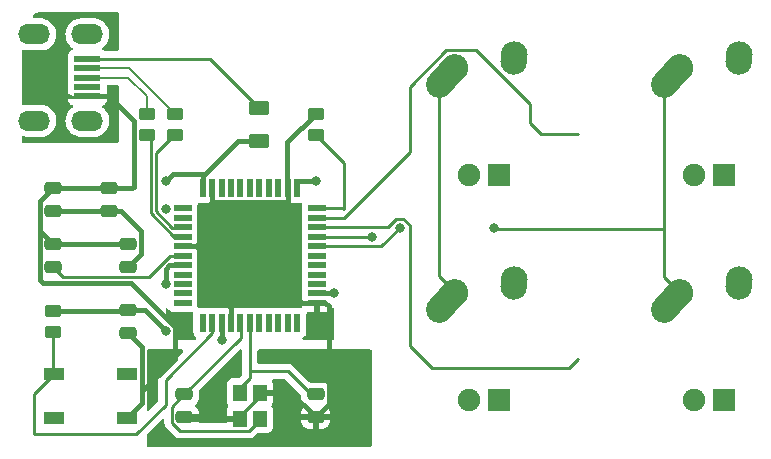
<source format=gbr>
%TF.GenerationSoftware,KiCad,Pcbnew,(6.0.5)*%
%TF.CreationDate,2022-12-18T12:47:56-06:00*%
%TF.ProjectId,ai03-pcb-tutorial,61693033-2d70-4636-922d-7475746f7269,rev?*%
%TF.SameCoordinates,Original*%
%TF.FileFunction,Copper,L1,Top*%
%TF.FilePolarity,Positive*%
%FSLAX46Y46*%
G04 Gerber Fmt 4.6, Leading zero omitted, Abs format (unit mm)*
G04 Created by KiCad (PCBNEW (6.0.5)) date 2022-12-18 12:47:56*
%MOMM*%
%LPD*%
G01*
G04 APERTURE LIST*
G04 Aperture macros list*
%AMRoundRect*
0 Rectangle with rounded corners*
0 $1 Rounding radius*
0 $2 $3 $4 $5 $6 $7 $8 $9 X,Y pos of 4 corners*
0 Add a 4 corners polygon primitive as box body*
4,1,4,$2,$3,$4,$5,$6,$7,$8,$9,$2,$3,0*
0 Add four circle primitives for the rounded corners*
1,1,$1+$1,$2,$3*
1,1,$1+$1,$4,$5*
1,1,$1+$1,$6,$7*
1,1,$1+$1,$8,$9*
0 Add four rect primitives between the rounded corners*
20,1,$1+$1,$2,$3,$4,$5,0*
20,1,$1+$1,$4,$5,$6,$7,0*
20,1,$1+$1,$6,$7,$8,$9,0*
20,1,$1+$1,$8,$9,$2,$3,0*%
%AMHorizOval*
0 Thick line with rounded ends*
0 $1 width*
0 $2 $3 position (X,Y) of the first rounded end (center of the circle)*
0 $4 $5 position (X,Y) of the second rounded end (center of the circle)*
0 Add line between two ends*
20,1,$1,$2,$3,$4,$5,0*
0 Add two circle primitives to create the rounded ends*
1,1,$1,$2,$3*
1,1,$1,$4,$5*%
G04 Aperture macros list end*
%TA.AperFunction,ComponentPad*%
%ADD10HorizOval,2.250000X0.020000X0.290000X-0.020000X-0.290000X0*%
%TD*%
%TA.AperFunction,ComponentPad*%
%ADD11C,2.250000*%
%TD*%
%TA.AperFunction,ComponentPad*%
%ADD12HorizOval,2.250000X0.655001X0.730000X-0.655001X-0.730000X0*%
%TD*%
%TA.AperFunction,ComponentPad*%
%ADD13C,1.905000*%
%TD*%
%TA.AperFunction,ComponentPad*%
%ADD14R,1.905000X1.905000*%
%TD*%
%TA.AperFunction,SMDPad,CuDef*%
%ADD15R,1.200000X1.400000*%
%TD*%
%TA.AperFunction,SMDPad,CuDef*%
%ADD16R,2.250000X0.500000*%
%TD*%
%TA.AperFunction,ComponentPad*%
%ADD17O,2.700000X1.700000*%
%TD*%
%TA.AperFunction,SMDPad,CuDef*%
%ADD18R,1.500000X0.550000*%
%TD*%
%TA.AperFunction,SMDPad,CuDef*%
%ADD19R,0.550000X1.500000*%
%TD*%
%TA.AperFunction,SMDPad,CuDef*%
%ADD20R,1.800000X1.100000*%
%TD*%
%TA.AperFunction,SMDPad,CuDef*%
%ADD21RoundRect,0.250000X0.450000X-0.262500X0.450000X0.262500X-0.450000X0.262500X-0.450000X-0.262500X0*%
%TD*%
%TA.AperFunction,SMDPad,CuDef*%
%ADD22RoundRect,0.250000X-0.450000X0.262500X-0.450000X-0.262500X0.450000X-0.262500X0.450000X0.262500X0*%
%TD*%
%TA.AperFunction,SMDPad,CuDef*%
%ADD23RoundRect,0.250000X-0.625000X0.375000X-0.625000X-0.375000X0.625000X-0.375000X0.625000X0.375000X0*%
%TD*%
%TA.AperFunction,SMDPad,CuDef*%
%ADD24RoundRect,0.250000X0.475000X-0.250000X0.475000X0.250000X-0.475000X0.250000X-0.475000X-0.250000X0*%
%TD*%
%TA.AperFunction,SMDPad,CuDef*%
%ADD25RoundRect,0.250000X-0.475000X0.250000X-0.475000X-0.250000X0.475000X-0.250000X0.475000X0.250000X0*%
%TD*%
%TA.AperFunction,ViaPad*%
%ADD26C,0.800000*%
%TD*%
%TA.AperFunction,Conductor*%
%ADD27C,0.254000*%
%TD*%
%TA.AperFunction,Conductor*%
%ADD28C,0.381000*%
%TD*%
%TA.AperFunction,Conductor*%
%ADD29C,0.200000*%
%TD*%
G04 APERTURE END LIST*
D10*
%TO.P,MX4,2,ROW*%
%TO.N,Net-(D4-Pad2)*%
X157301250Y-136497500D03*
D11*
X157321250Y-136207500D03*
D12*
%TO.P,MX4,1,COL*%
%TO.N,COL1*%
X151626251Y-138017500D03*
D11*
X152281250Y-137287500D03*
D13*
%TO.P,MX4,3,LED*%
%TO.N,unconnected-(MX4-Pad3)*%
X153511250Y-146367500D03*
D14*
%TO.P,MX4,4,LEDGND*%
%TO.N,unconnected-(MX4-Pad4)*%
X156051250Y-146367500D03*
%TD*%
D10*
%TO.P,MX1,2,ROW*%
%TO.N,Net-(D1-Pad2)*%
X138251250Y-117447500D03*
D11*
X138271250Y-117157500D03*
D12*
%TO.P,MX1,1,COL*%
%TO.N,COL0*%
X132576251Y-118967500D03*
D11*
X133231250Y-118237500D03*
D13*
%TO.P,MX1,3,LED*%
%TO.N,unconnected-(MX1-Pad3)*%
X134461250Y-127317500D03*
D14*
%TO.P,MX1,4,LEDGND*%
%TO.N,unconnected-(MX1-Pad4)*%
X137001250Y-127317500D03*
%TD*%
D15*
%TO.P,Y1,1,1*%
%TO.N,Net-(C1-Pad2)*%
X115037500Y-145743750D03*
%TO.P,Y1,2,2*%
%TO.N,GND*%
X115037500Y-147943750D03*
%TO.P,Y1,3,3*%
%TO.N,Net-(C2-Pad2)*%
X116737500Y-147943750D03*
%TO.P,Y1,4,4*%
%TO.N,GND*%
X116737500Y-145743750D03*
%TD*%
D16*
%TO.P,USB1,1,GND*%
%TO.N,GND*%
X102131250Y-120662500D03*
%TO.P,USB1,2,ID*%
%TO.N,unconnected-(USB1-Pad2)*%
X102131250Y-119862500D03*
%TO.P,USB1,3,D+*%
%TO.N,D+*%
X102131250Y-119062500D03*
%TO.P,USB1,4,D-*%
%TO.N,D-*%
X102131250Y-118262500D03*
%TO.P,USB1,5,VBUS*%
%TO.N,VCC*%
X102131250Y-117462500D03*
D17*
%TO.P,USB1,6,SHIELD*%
%TO.N,unconnected-(USB1-Pad6)*%
X102131250Y-115412500D03*
X102131250Y-122712500D03*
X97631250Y-122712500D03*
X97631250Y-115412500D03*
%TD*%
D18*
%TO.P,U1,1,PE6*%
%TO.N,unconnected-(U1-Pad1)*%
X110187500Y-130143750D03*
%TO.P,U1,2,UVCC*%
%TO.N,+5V*%
X110187500Y-130943750D03*
%TO.P,U1,3,D-*%
%TO.N,Net-(R3-Pad2)*%
X110187500Y-131743750D03*
%TO.P,U1,4,D+*%
%TO.N,Net-(R2-Pad1)*%
X110187500Y-132543750D03*
%TO.P,U1,5,UGND*%
%TO.N,GND*%
X110187500Y-133343750D03*
%TO.P,U1,6,UCAP*%
%TO.N,Net-(C3-Pad1)*%
X110187500Y-134143750D03*
%TO.P,U1,7,VBUS*%
%TO.N,+5V*%
X110187500Y-134943750D03*
%TO.P,U1,8,PB0*%
%TO.N,unconnected-(U1-Pad8)*%
X110187500Y-135743750D03*
%TO.P,U1,9,PB1*%
%TO.N,unconnected-(U1-Pad9)*%
X110187500Y-136543750D03*
%TO.P,U1,10,PB2*%
%TO.N,unconnected-(U1-Pad10)*%
X110187500Y-137343750D03*
%TO.P,U1,11,PB3*%
%TO.N,unconnected-(U1-Pad11)*%
X110187500Y-138143750D03*
D19*
%TO.P,U1,12,PB7*%
%TO.N,unconnected-(U1-Pad12)*%
X111887500Y-139843750D03*
%TO.P,U1,13,~{RESET}*%
%TO.N,Net-(R1-Pad2)*%
X112687500Y-139843750D03*
%TO.P,U1,14,VCC*%
%TO.N,+5V*%
X113487500Y-139843750D03*
%TO.P,U1,15,GND*%
%TO.N,GND*%
X114287500Y-139843750D03*
%TO.P,U1,16,XTAL2*%
%TO.N,Net-(C2-Pad2)*%
X115087500Y-139843750D03*
%TO.P,U1,17,XTAL1*%
%TO.N,Net-(C1-Pad2)*%
X115887500Y-139843750D03*
%TO.P,U1,18,PD0*%
%TO.N,unconnected-(U1-Pad18)*%
X116687500Y-139843750D03*
%TO.P,U1,19,PD1*%
%TO.N,unconnected-(U1-Pad19)*%
X117487500Y-139843750D03*
%TO.P,U1,20,PD2*%
%TO.N,unconnected-(U1-Pad20)*%
X118287500Y-139843750D03*
%TO.P,U1,21,PD3*%
%TO.N,unconnected-(U1-Pad21)*%
X119087500Y-139843750D03*
%TO.P,U1,22,PD5*%
%TO.N,unconnected-(U1-Pad22)*%
X119887500Y-139843750D03*
D18*
%TO.P,U1,23,GND*%
%TO.N,GND*%
X121587500Y-138143750D03*
%TO.P,U1,24,AVCC*%
%TO.N,+5V*%
X121587500Y-137343750D03*
%TO.P,U1,25,PD4*%
%TO.N,unconnected-(U1-Pad25)*%
X121587500Y-136543750D03*
%TO.P,U1,26,PD6*%
%TO.N,unconnected-(U1-Pad26)*%
X121587500Y-135743750D03*
%TO.P,U1,27,PD7*%
%TO.N,unconnected-(U1-Pad27)*%
X121587500Y-134943750D03*
%TO.P,U1,28,PB4*%
%TO.N,unconnected-(U1-Pad28)*%
X121587500Y-134143750D03*
%TO.P,U1,29,PB5*%
%TO.N,COL1*%
X121587500Y-133343750D03*
%TO.P,U1,30,PB6*%
%TO.N,COL0*%
X121587500Y-132543750D03*
%TO.P,U1,31,PC6*%
%TO.N,ROW1*%
X121587500Y-131743750D03*
%TO.P,U1,32,PC7*%
%TO.N,ROW0*%
X121587500Y-130943750D03*
%TO.P,U1,33,~{HWB}/PE2*%
%TO.N,Net-(R4-Pad1)*%
X121587500Y-130143750D03*
D19*
%TO.P,U1,34,VCC*%
%TO.N,+5V*%
X119887500Y-128443750D03*
%TO.P,U1,35,GND*%
%TO.N,GND*%
X119087500Y-128443750D03*
%TO.P,U1,36,PF7*%
%TO.N,unconnected-(U1-Pad36)*%
X118287500Y-128443750D03*
%TO.P,U1,37,PF6*%
%TO.N,unconnected-(U1-Pad37)*%
X117487500Y-128443750D03*
%TO.P,U1,38,PF5*%
%TO.N,unconnected-(U1-Pad38)*%
X116687500Y-128443750D03*
%TO.P,U1,39,PF4*%
%TO.N,unconnected-(U1-Pad39)*%
X115887500Y-128443750D03*
%TO.P,U1,40,PF1*%
%TO.N,unconnected-(U1-Pad40)*%
X115087500Y-128443750D03*
%TO.P,U1,41,PF0*%
%TO.N,unconnected-(U1-Pad41)*%
X114287500Y-128443750D03*
%TO.P,U1,42,AREF*%
%TO.N,unconnected-(U1-Pad42)*%
X113487500Y-128443750D03*
%TO.P,U1,43,GND*%
%TO.N,GND*%
X112687500Y-128443750D03*
%TO.P,U1,44,AVCC*%
%TO.N,+5V*%
X111887500Y-128443750D03*
%TD*%
D20*
%TO.P,SW1,1,1*%
%TO.N,GND*%
X105493750Y-147900000D03*
%TO.P,SW1,2,2*%
%TO.N,Net-(R1-Pad2)*%
X99293750Y-144200000D03*
%TO.P,SW1,3*%
%TO.N,N/C*%
X105493750Y-144200000D03*
%TO.P,SW1,4*%
X99293750Y-147900000D03*
%TD*%
D21*
%TO.P,R4,1*%
%TO.N,Net-(R4-Pad1)*%
X121443750Y-123943750D03*
%TO.P,R4,2*%
%TO.N,GND*%
X121443750Y-122118750D03*
%TD*%
D22*
%TO.P,R3,1*%
%TO.N,D-*%
X109537500Y-122118750D03*
%TO.P,R3,2*%
%TO.N,Net-(R3-Pad2)*%
X109537500Y-123943750D03*
%TD*%
D21*
%TO.P,R2,1*%
%TO.N,Net-(R2-Pad1)*%
X107156250Y-123943750D03*
%TO.P,R2,2*%
%TO.N,D+*%
X107156250Y-122118750D03*
%TD*%
D22*
%TO.P,R1,1*%
%TO.N,+5V*%
X99218750Y-138787500D03*
%TO.P,R1,2*%
%TO.N,Net-(R1-Pad2)*%
X99218750Y-140612500D03*
%TD*%
D10*
%TO.P,MX3,2,ROW*%
%TO.N,Net-(D3-Pad2)*%
X138251250Y-136497500D03*
D11*
X138271250Y-136207500D03*
D12*
%TO.P,MX3,1,COL*%
%TO.N,COL0*%
X132576251Y-138017500D03*
D11*
X133231250Y-137287500D03*
D13*
%TO.P,MX3,3,LED*%
%TO.N,unconnected-(MX3-Pad3)*%
X134461250Y-146367500D03*
D14*
%TO.P,MX3,4,LEDGND*%
%TO.N,unconnected-(MX3-Pad4)*%
X137001250Y-146367500D03*
%TD*%
%TO.P,MX2,4,LEDGND*%
%TO.N,unconnected-(MX2-Pad4)*%
X156051250Y-127317500D03*
D13*
%TO.P,MX2,3,LED*%
%TO.N,unconnected-(MX2-Pad3)*%
X153511250Y-127317500D03*
D11*
%TO.P,MX2,1,COL*%
%TO.N,COL1*%
X152281250Y-118237500D03*
D12*
X151626251Y-118967500D03*
D11*
%TO.P,MX2,2,ROW*%
%TO.N,Net-(D2-Pad2)*%
X157321250Y-117157500D03*
D10*
X157301250Y-117447500D03*
%TD*%
D23*
%TO.P,F1,1*%
%TO.N,VCC*%
X116681250Y-121631250D03*
%TO.P,F1,2*%
%TO.N,+5V*%
X116681250Y-124431250D03*
%TD*%
D24*
%TO.P,C7,1*%
%TO.N,+5V*%
X105568750Y-135093750D03*
%TO.P,C7,2*%
%TO.N,GND*%
X105568750Y-133193750D03*
%TD*%
%TO.P,C6,2*%
%TO.N,GND*%
X99218750Y-128431250D03*
%TO.P,C6,1*%
%TO.N,+5V*%
X99218750Y-130331250D03*
%TD*%
%TO.P,C5,1*%
%TO.N,+5V*%
X103981250Y-130331250D03*
%TO.P,C5,2*%
%TO.N,GND*%
X103981250Y-128431250D03*
%TD*%
D25*
%TO.P,C4,1*%
%TO.N,+5V*%
X105568750Y-138750000D03*
%TO.P,C4,2*%
%TO.N,GND*%
X105568750Y-140650000D03*
%TD*%
D24*
%TO.P,C3,1*%
%TO.N,Net-(C3-Pad1)*%
X99218750Y-135093750D03*
%TO.P,C3,2*%
%TO.N,GND*%
X99218750Y-133193750D03*
%TD*%
%TO.P,C2,1*%
%TO.N,GND*%
X110331250Y-147793750D03*
%TO.P,C2,2*%
%TO.N,Net-(C2-Pad2)*%
X110331250Y-145893750D03*
%TD*%
%TO.P,C1,1*%
%TO.N,GND*%
X121443750Y-147793750D03*
%TO.P,C1,2*%
%TO.N,Net-(C1-Pad2)*%
X121443750Y-145893750D03*
%TD*%
D26*
%TO.N,+5V*%
X121443750Y-127793750D03*
X123031250Y-137318750D03*
X113506250Y-141287500D03*
X108743750Y-136525000D03*
X108755953Y-130162797D03*
X108743750Y-140493750D03*
%TO.N,COL0*%
X126206250Y-132556250D03*
%TO.N,COL1*%
X136525000Y-131762500D03*
X128587500Y-131762500D03*
%TO.N,+5V*%
X108743750Y-127793750D03*
%TD*%
D27*
%TO.N,Net-(C3-Pad1)*%
X109125324Y-134143750D02*
X109537500Y-134143750D01*
X107348804Y-135920270D02*
X109125324Y-134143750D01*
X100045270Y-135920270D02*
X107348804Y-135920270D01*
D28*
%TO.N,+5V*%
X108743750Y-135256500D02*
X108743750Y-136525000D01*
X109056500Y-134943750D02*
X108743750Y-135256500D01*
X110187500Y-134943750D02*
X109056500Y-134943750D01*
X113487500Y-139843750D02*
X113487500Y-141268750D01*
X113487500Y-141268750D02*
X113506250Y-141287500D01*
X123006250Y-137343750D02*
X123031250Y-137318750D01*
X121587500Y-137343750D02*
X123006250Y-137343750D01*
X121443750Y-127793750D02*
X119856250Y-127793750D01*
%TO.N,GND*%
X114306250Y-138143750D02*
X114287500Y-138125000D01*
X121587500Y-138143750D02*
X114306250Y-138143750D01*
X114287500Y-138125000D02*
X114287500Y-136312750D01*
X114287500Y-139843750D02*
X114287500Y-138125000D01*
X114287500Y-136312750D02*
X111318500Y-133343750D01*
X111318500Y-133343750D02*
X110187500Y-133343750D01*
X112687500Y-131974750D02*
X111318500Y-133343750D01*
X112687500Y-129448772D02*
X112687500Y-131974750D01*
X112687500Y-129448772D02*
X112687500Y-128443750D01*
X119078489Y-129583761D02*
X112822489Y-129583761D01*
X119087500Y-129574750D02*
X119078489Y-129583761D01*
X112822489Y-129583761D02*
X112687500Y-129448772D01*
X119087500Y-128443750D02*
X119087500Y-129574750D01*
X98103730Y-129546270D02*
X99218750Y-128431250D01*
X98103730Y-136203730D02*
X98103730Y-129546270D01*
X105804535Y-136437290D02*
X98337290Y-136437290D01*
X98337290Y-136437290D02*
X98103730Y-136203730D01*
X109533761Y-140166516D02*
X105804535Y-136437290D01*
X109533761Y-142878739D02*
X109533761Y-140166516D01*
X106783761Y-145628739D02*
X109533761Y-142878739D01*
X106783761Y-145628739D02*
X106783761Y-146609989D01*
X106783761Y-141865011D02*
X106783761Y-145628739D01*
X106783761Y-146609989D02*
X105493750Y-147900000D01*
X105568750Y-140650000D02*
X106783761Y-141865011D01*
X98103730Y-132078730D02*
X99218750Y-133193750D01*
X98103730Y-129546270D02*
X98103730Y-132078730D01*
%TO.N,+5V*%
X107000000Y-138750000D02*
X108743750Y-140493750D01*
X105568750Y-138750000D02*
X107000000Y-138750000D01*
D27*
%TO.N,Net-(C3-Pad1)*%
X99218750Y-135093750D02*
X100045270Y-135920270D01*
%TO.N,COL0*%
X126193750Y-132543750D02*
X126206250Y-132556250D01*
X121587500Y-132543750D02*
X126193750Y-132543750D01*
%TO.N,ROW1*%
X142875000Y-143668750D02*
X143668750Y-142875000D01*
X132556250Y-143668750D02*
X142875000Y-143668750D01*
X129399729Y-141805898D02*
X131262581Y-143668750D01*
X129399729Y-131547286D02*
X129399729Y-141805898D01*
X128286568Y-131035989D02*
X128888432Y-131035989D01*
X127578807Y-131743750D02*
X128286568Y-131035989D01*
X131262581Y-143668750D02*
X132556250Y-143668750D01*
X128888432Y-131035989D02*
X129399729Y-131547286D01*
X121587500Y-131743750D02*
X127578807Y-131743750D01*
%TO.N,COL1*%
X127006250Y-133343750D02*
X121587500Y-133343750D01*
X128587500Y-131762500D02*
X127006250Y-133343750D01*
X150971250Y-131921250D02*
X136683750Y-131921250D01*
X136683750Y-131921250D02*
X136525000Y-131762500D01*
X150971250Y-131921250D02*
X150971250Y-135977500D01*
X150971250Y-119697500D02*
X150971250Y-131921250D01*
%TO.N,ROW0*%
X140493750Y-123825000D02*
X143668750Y-123825000D01*
X139559729Y-121303479D02*
X139559729Y-122890979D01*
X135011844Y-116755594D02*
X139559729Y-121303479D01*
X129399729Y-119837771D02*
X132481906Y-116755594D01*
X132481906Y-116755594D02*
X135011844Y-116755594D01*
X129399729Y-125394021D02*
X129399729Y-119837771D01*
X139559729Y-122890979D02*
X140493750Y-123825000D01*
X123850000Y-130943750D02*
X129399729Y-125394021D01*
X121587500Y-130943750D02*
X123850000Y-130943750D01*
D28*
%TO.N,+5V*%
X109333761Y-127203739D02*
X108743750Y-127793750D01*
X112122489Y-127203739D02*
X109333761Y-127203739D01*
X112122489Y-127203739D02*
X114894978Y-124431250D01*
X111918750Y-127407478D02*
X112122489Y-127203739D01*
X114894978Y-124431250D02*
X116681250Y-124431250D01*
X111918750Y-127793750D02*
X111918750Y-127407478D01*
X104931250Y-130331250D02*
X103981250Y-130331250D01*
X106683770Y-133978730D02*
X106683770Y-132083770D01*
X106683770Y-132083770D02*
X104931250Y-130331250D01*
X105568750Y-135093750D02*
X106683770Y-133978730D01*
X105718750Y-134943750D02*
X105568750Y-135093750D01*
D27*
%TO.N,Net-(R2-Pad1)*%
X109468104Y-132543750D02*
X110187500Y-132543750D01*
X107496480Y-124283980D02*
X107496480Y-130572126D01*
X107156250Y-123943750D02*
X107496480Y-124283980D01*
X107496480Y-130572126D02*
X109468104Y-132543750D01*
%TO.N,Net-(R3-Pad2)*%
X109328228Y-131762500D02*
X109537500Y-131762500D01*
X107950000Y-130384272D02*
X109328228Y-131762500D01*
X107950000Y-125412500D02*
X107950000Y-130384272D01*
X109418750Y-123943750D02*
X107950000Y-125412500D01*
X109537500Y-123943750D02*
X109418750Y-123943750D01*
D29*
%TO.N,D+*%
X107156250Y-120650000D02*
X107156250Y-122118750D01*
X105568750Y-119062500D02*
X107156250Y-120650000D01*
X102131250Y-119062500D02*
X105568750Y-119062500D01*
%TO.N,D-*%
X105681250Y-118262500D02*
X109537500Y-122118750D01*
X102131250Y-118262500D02*
X105681250Y-118262500D01*
D28*
%TO.N,GND*%
X106066230Y-122734980D02*
X103993750Y-120662500D01*
X106066230Y-128291230D02*
X106066230Y-122734980D01*
X103993750Y-120662500D02*
X102131250Y-120662500D01*
X105926210Y-128431250D02*
X106066230Y-128291230D01*
X105725000Y-128431250D02*
X105926210Y-128431250D01*
D27*
%TO.N,VCC*%
X112512500Y-117462500D02*
X102131250Y-117462500D01*
X116681250Y-121631250D02*
X112512500Y-117462500D01*
%TO.N,Net-(C1-Pad2)*%
X115887500Y-144462500D02*
X115093750Y-145256250D01*
X115887500Y-143939750D02*
X115887500Y-144462500D01*
%TO.N,COL1*%
X150971250Y-135977500D02*
X152281250Y-137287500D01*
%TO.N,COL0*%
X131921250Y-135890000D02*
X132556250Y-136525000D01*
X131921250Y-119697500D02*
X131921250Y-135890000D01*
D28*
%TO.N,GND*%
X119062500Y-124500000D02*
X119062500Y-127793750D01*
X121443750Y-122118750D02*
X119062500Y-124500000D01*
D27*
%TO.N,Net-(C2-Pad2)*%
X109279730Y-146945270D02*
X110331250Y-145893750D01*
X109279730Y-148282552D02*
X109279730Y-146945270D01*
X115810989Y-148970261D02*
X109967439Y-148970261D01*
X109967439Y-148970261D02*
X109279730Y-148282552D01*
X116737500Y-148043750D02*
X115810989Y-148970261D01*
D28*
%TO.N,GND*%
X115037500Y-147943750D02*
X110481250Y-147943750D01*
X110481250Y-147943750D02*
X110331250Y-147793750D01*
D27*
X116737500Y-145993750D02*
X115037500Y-147693750D01*
D28*
X119393750Y-145743750D02*
X116737500Y-145743750D01*
X121443750Y-147793750D02*
X119393750Y-145743750D01*
X122558770Y-138433770D02*
X122237500Y-138112500D01*
X122558770Y-146678730D02*
X122558770Y-138433770D01*
X121443750Y-147793750D02*
X122558770Y-146678730D01*
D27*
%TO.N,Net-(C2-Pad2)*%
X116737500Y-147943750D02*
X116737500Y-148043750D01*
%TO.N,Net-(C1-Pad2)*%
X119105478Y-143939750D02*
X115887500Y-143939750D01*
X121059478Y-145893750D02*
X119105478Y-143939750D01*
X121443750Y-145893750D02*
X121059478Y-145893750D01*
D28*
%TO.N,GND*%
X116737500Y-145993750D02*
X116737500Y-145743750D01*
X115037500Y-147943750D02*
X115037500Y-147693750D01*
D27*
%TO.N,Net-(C1-Pad2)*%
X115887500Y-143939750D02*
X115887500Y-140493750D01*
%TO.N,Net-(C2-Pad2)*%
X115093750Y-141131250D02*
X115093750Y-140493750D01*
X110331250Y-145893750D02*
X115093750Y-141131250D01*
%TO.N,Net-(R1-Pad2)*%
X112712500Y-140696772D02*
X112712500Y-140493750D01*
X108743750Y-144665522D02*
X112712500Y-140696772D01*
X108743750Y-146753022D02*
X108743750Y-144665522D01*
X106271772Y-149225000D02*
X108743750Y-146753022D01*
X97631250Y-149225000D02*
X106271772Y-149225000D01*
X97631250Y-145862500D02*
X97631250Y-149225000D01*
X99293750Y-144200000D02*
X97631250Y-145862500D01*
X99218750Y-140612500D02*
X99218750Y-143668750D01*
D28*
%TO.N,GND*%
X103981250Y-128431250D02*
X105725000Y-128431250D01*
%TO.N,+5V*%
X103981250Y-130331250D02*
X99218750Y-130331250D01*
X99218750Y-138787500D02*
X105338728Y-138787500D01*
%TO.N,GND*%
X99218750Y-133193750D02*
X105568750Y-133193750D01*
X99218750Y-128431250D02*
X103981250Y-128431250D01*
X105725000Y-133350000D02*
X105568750Y-133193750D01*
D27*
%TO.N,Net-(R4-Pad1)*%
X123793750Y-130143750D02*
X121587500Y-130143750D01*
X123825000Y-130175000D02*
X123793750Y-130143750D01*
X123825000Y-126325000D02*
X123825000Y-130175000D01*
X121443750Y-123943750D02*
X123825000Y-126325000D01*
%TD*%
%TA.AperFunction,Conductor*%
%TO.N,GND*%
G36*
X126148371Y-142101252D02*
G01*
X126194864Y-142154908D01*
X126206250Y-142207250D01*
X126206250Y-150178000D01*
X126186248Y-150246121D01*
X126132592Y-150292614D01*
X126080250Y-150304000D01*
X107282250Y-150304000D01*
X107214129Y-150283998D01*
X107167636Y-150230342D01*
X107156250Y-150178000D01*
X107156250Y-149291444D01*
X107176252Y-149223323D01*
X107193155Y-149202349D01*
X107657792Y-148737713D01*
X108429135Y-147966370D01*
X108491447Y-147932344D01*
X108562263Y-147937409D01*
X108619098Y-147979956D01*
X108643909Y-148046476D01*
X108644230Y-148055465D01*
X108644230Y-148203532D01*
X108643700Y-148214766D01*
X108642022Y-148222271D01*
X108642271Y-148230190D01*
X108644168Y-148290564D01*
X108644230Y-148294521D01*
X108644230Y-148322535D01*
X108644726Y-148326460D01*
X108644726Y-148326461D01*
X108644738Y-148326556D01*
X108645671Y-148338401D01*
X108647065Y-148382757D01*
X108649277Y-148390369D01*
X108652743Y-148402300D01*
X108656753Y-148421664D01*
X108659303Y-148441851D01*
X108662219Y-148449215D01*
X108662220Y-148449220D01*
X108675637Y-148483108D01*
X108679482Y-148494337D01*
X108691861Y-148536945D01*
X108695899Y-148543772D01*
X108695900Y-148543775D01*
X108702218Y-148554458D01*
X108710918Y-148572216D01*
X108715491Y-148583767D01*
X108715495Y-148583773D01*
X108718411Y-148591140D01*
X108723069Y-148597551D01*
X108723070Y-148597553D01*
X108744494Y-148627040D01*
X108751011Y-148636962D01*
X108769556Y-148668320D01*
X108769559Y-148668324D01*
X108773596Y-148675150D01*
X108787980Y-148689534D01*
X108800821Y-148704568D01*
X108812788Y-148721039D01*
X108818896Y-148726092D01*
X108846985Y-148749329D01*
X108855765Y-148757319D01*
X109462184Y-149363738D01*
X109469761Y-149372064D01*
X109473886Y-149378564D01*
X109479664Y-149383990D01*
X109479665Y-149383991D01*
X109523720Y-149425361D01*
X109526562Y-149428116D01*
X109546345Y-149447899D01*
X109549553Y-149450387D01*
X109558582Y-149458098D01*
X109590933Y-149488478D01*
X109597882Y-149492298D01*
X109608768Y-149498283D01*
X109625292Y-149509137D01*
X109641372Y-149521610D01*
X109648649Y-149524759D01*
X109682089Y-149539230D01*
X109692750Y-149544453D01*
X109724686Y-149562010D01*
X109724691Y-149562012D01*
X109731636Y-149565830D01*
X109739310Y-149567800D01*
X109739317Y-149567803D01*
X109751352Y-149570893D01*
X109770057Y-149577297D01*
X109781452Y-149582228D01*
X109788731Y-149585378D01*
X109803840Y-149587771D01*
X109832566Y-149592321D01*
X109844179Y-149594726D01*
X109887157Y-149605761D01*
X109907504Y-149605761D01*
X109927216Y-149607312D01*
X109947318Y-149610496D01*
X109955210Y-149609750D01*
X109991495Y-149606320D01*
X110003353Y-149605761D01*
X115731969Y-149605761D01*
X115743203Y-149606291D01*
X115750708Y-149607969D01*
X115819001Y-149605823D01*
X115822958Y-149605761D01*
X115850972Y-149605761D01*
X115854897Y-149605265D01*
X115854898Y-149605265D01*
X115854993Y-149605253D01*
X115866838Y-149604320D01*
X115896659Y-149603383D01*
X115903271Y-149603175D01*
X115903272Y-149603175D01*
X115911194Y-149602926D01*
X115930738Y-149597248D01*
X115950101Y-149593238D01*
X115962429Y-149591681D01*
X115962431Y-149591681D01*
X115970288Y-149590688D01*
X115977652Y-149587772D01*
X115977657Y-149587771D01*
X116011545Y-149574354D01*
X116022774Y-149570509D01*
X116039454Y-149565663D01*
X116065382Y-149558130D01*
X116072209Y-149554092D01*
X116072212Y-149554091D01*
X116082895Y-149547773D01*
X116100653Y-149539073D01*
X116112204Y-149534500D01*
X116112210Y-149534496D01*
X116119577Y-149531580D01*
X116128966Y-149524759D01*
X116155477Y-149505497D01*
X116165399Y-149498980D01*
X116196757Y-149480435D01*
X116196761Y-149480432D01*
X116203587Y-149476395D01*
X116217971Y-149462011D01*
X116233005Y-149449170D01*
X116243062Y-149441863D01*
X116249476Y-149437203D01*
X116277767Y-149403005D01*
X116285756Y-149394226D01*
X116490827Y-149189155D01*
X116553139Y-149155129D01*
X116579922Y-149152250D01*
X117385634Y-149152250D01*
X117447816Y-149145495D01*
X117584205Y-149094365D01*
X117700761Y-149007011D01*
X117788115Y-148890455D01*
X117839245Y-148754066D01*
X117846000Y-148691884D01*
X117846000Y-148090845D01*
X120210751Y-148090845D01*
X120211088Y-148097364D01*
X120221007Y-148192956D01*
X120223899Y-148206350D01*
X120275338Y-148360534D01*
X120281511Y-148373712D01*
X120366813Y-148511557D01*
X120375849Y-148522958D01*
X120490579Y-148637489D01*
X120501990Y-148646501D01*
X120639993Y-148731566D01*
X120653174Y-148737713D01*
X120807460Y-148788888D01*
X120820836Y-148791755D01*
X120915188Y-148801422D01*
X120921604Y-148801750D01*
X121171635Y-148801750D01*
X121186874Y-148797275D01*
X121188079Y-148795885D01*
X121189750Y-148788202D01*
X121189750Y-148783634D01*
X121697750Y-148783634D01*
X121702225Y-148798873D01*
X121703615Y-148800078D01*
X121711298Y-148801749D01*
X121965845Y-148801749D01*
X121972364Y-148801412D01*
X122067956Y-148791493D01*
X122081350Y-148788601D01*
X122235534Y-148737162D01*
X122248712Y-148730989D01*
X122386557Y-148645687D01*
X122397958Y-148636651D01*
X122512489Y-148521921D01*
X122521501Y-148510510D01*
X122606566Y-148372507D01*
X122612713Y-148359326D01*
X122663888Y-148205040D01*
X122666755Y-148191664D01*
X122676422Y-148097312D01*
X122676750Y-148090896D01*
X122676750Y-148065865D01*
X122672275Y-148050626D01*
X122670885Y-148049421D01*
X122663202Y-148047750D01*
X121715865Y-148047750D01*
X121700626Y-148052225D01*
X121699421Y-148053615D01*
X121697750Y-148061298D01*
X121697750Y-148783634D01*
X121189750Y-148783634D01*
X121189750Y-148065865D01*
X121185275Y-148050626D01*
X121183885Y-148049421D01*
X121176202Y-148047750D01*
X120228866Y-148047750D01*
X120213627Y-148052225D01*
X120212422Y-148053615D01*
X120210751Y-148061298D01*
X120210751Y-148090845D01*
X117846000Y-148090845D01*
X117846000Y-147195616D01*
X117839245Y-147133434D01*
X117788115Y-146997045D01*
X117729547Y-146918898D01*
X117704699Y-146852392D01*
X117719752Y-146783009D01*
X117729547Y-146767768D01*
X117782286Y-146697398D01*
X117790824Y-146681804D01*
X117835978Y-146561356D01*
X117839605Y-146546101D01*
X117845131Y-146495236D01*
X117845500Y-146488422D01*
X117845500Y-146015865D01*
X117841025Y-146000626D01*
X117839635Y-145999421D01*
X117831952Y-145997750D01*
X116609500Y-145997750D01*
X116541379Y-145977748D01*
X116494886Y-145924092D01*
X116483500Y-145871750D01*
X116483500Y-145615750D01*
X116503502Y-145547629D01*
X116557158Y-145501136D01*
X116609500Y-145489750D01*
X117827384Y-145489750D01*
X117842623Y-145485275D01*
X117843828Y-145483885D01*
X117845499Y-145476202D01*
X117845499Y-144999081D01*
X117845129Y-144992260D01*
X117839605Y-144941398D01*
X117835979Y-144926146D01*
X117790824Y-144805696D01*
X117782286Y-144790101D01*
X117772329Y-144776816D01*
X117747480Y-144710310D01*
X117762532Y-144640927D01*
X117812706Y-144590697D01*
X117873154Y-144575250D01*
X118790056Y-144575250D01*
X118858177Y-144595252D01*
X118879151Y-144612155D01*
X120173345Y-145906349D01*
X120207371Y-145968661D01*
X120210250Y-145995444D01*
X120210250Y-146194150D01*
X120221224Y-146299916D01*
X120277200Y-146467696D01*
X120370272Y-146618098D01*
X120495447Y-146743055D01*
X120499985Y-146745852D01*
X120540574Y-146803103D01*
X120543804Y-146874026D01*
X120508178Y-146935437D01*
X120499682Y-146942812D01*
X120489543Y-146950848D01*
X120375011Y-147065579D01*
X120365999Y-147076990D01*
X120280934Y-147214993D01*
X120274787Y-147228174D01*
X120223612Y-147382460D01*
X120220745Y-147395836D01*
X120211078Y-147490188D01*
X120210750Y-147496605D01*
X120210750Y-147521635D01*
X120215225Y-147536874D01*
X120216615Y-147538079D01*
X120224298Y-147539750D01*
X122658634Y-147539750D01*
X122673873Y-147535275D01*
X122675078Y-147533885D01*
X122676749Y-147526202D01*
X122676749Y-147496655D01*
X122676412Y-147490136D01*
X122666493Y-147394544D01*
X122663601Y-147381150D01*
X122612162Y-147226966D01*
X122605989Y-147213788D01*
X122520687Y-147075943D01*
X122511651Y-147064542D01*
X122396922Y-146950012D01*
X122387988Y-146942956D01*
X122346927Y-146885038D01*
X122343697Y-146814115D01*
X122379324Y-146752704D01*
X122387157Y-146745904D01*
X122393098Y-146742228D01*
X122518055Y-146617053D01*
X122556881Y-146554066D01*
X122607025Y-146472718D01*
X122607026Y-146472716D01*
X122610865Y-146466488D01*
X122666547Y-146298611D01*
X122677250Y-146194150D01*
X122677250Y-145593350D01*
X122676913Y-145590100D01*
X122666988Y-145494442D01*
X122666987Y-145494438D01*
X122666276Y-145487584D01*
X122610300Y-145319804D01*
X122517228Y-145169402D01*
X122392053Y-145044445D01*
X122385822Y-145040604D01*
X122247718Y-144955475D01*
X122247716Y-144955474D01*
X122241488Y-144951635D01*
X122161745Y-144925186D01*
X122080139Y-144898118D01*
X122080137Y-144898118D01*
X122073611Y-144895953D01*
X122066775Y-144895253D01*
X122066772Y-144895252D01*
X122023719Y-144890841D01*
X121969150Y-144885250D01*
X121001901Y-144885250D01*
X120933780Y-144865248D01*
X120912806Y-144848345D01*
X119610728Y-143546267D01*
X119603152Y-143537941D01*
X119599031Y-143531447D01*
X119549212Y-143484664D01*
X119546371Y-143481910D01*
X119526572Y-143462111D01*
X119523447Y-143459687D01*
X119523438Y-143459679D01*
X119523352Y-143459613D01*
X119514327Y-143451905D01*
X119487763Y-143426960D01*
X119481984Y-143421533D01*
X119464147Y-143411727D01*
X119447631Y-143400877D01*
X119431545Y-143388400D01*
X119390812Y-143370774D01*
X119380164Y-143365557D01*
X119368536Y-143359165D01*
X119341281Y-143344181D01*
X119333606Y-143342210D01*
X119333600Y-143342208D01*
X119321567Y-143339119D01*
X119302865Y-143332716D01*
X119284186Y-143324633D01*
X119250350Y-143319274D01*
X119240351Y-143317690D01*
X119228738Y-143315285D01*
X119185760Y-143304250D01*
X119165413Y-143304250D01*
X119145702Y-143302699D01*
X119133428Y-143300755D01*
X119125599Y-143299515D01*
X119117707Y-143300261D01*
X119081422Y-143303691D01*
X119069564Y-143304250D01*
X116649000Y-143304250D01*
X116580879Y-143284248D01*
X116534386Y-143230592D01*
X116523000Y-143178250D01*
X116523000Y-142207250D01*
X116543002Y-142139129D01*
X116596658Y-142092636D01*
X116649000Y-142081250D01*
X126080250Y-142081250D01*
X126148371Y-142101252D01*
G37*
%TD.AperFunction*%
%TA.AperFunction,Conductor*%
G36*
X115194121Y-142101252D02*
G01*
X115240614Y-142154908D01*
X115252000Y-142207250D01*
X115252000Y-143867767D01*
X115249768Y-143891376D01*
X115249698Y-143891741D01*
X115249698Y-143891746D01*
X115248213Y-143899529D01*
X115248711Y-143907440D01*
X115251751Y-143955763D01*
X115252000Y-143963675D01*
X115252000Y-144147077D01*
X115231998Y-144215198D01*
X115215095Y-144236173D01*
X114952921Y-144498346D01*
X114890609Y-144532371D01*
X114863826Y-144535250D01*
X114389366Y-144535250D01*
X114327184Y-144542005D01*
X114190795Y-144593135D01*
X114074239Y-144680489D01*
X113986885Y-144797045D01*
X113935755Y-144933434D01*
X113929000Y-144995616D01*
X113929000Y-146491884D01*
X113935755Y-146554066D01*
X113986885Y-146690455D01*
X113992271Y-146697641D01*
X114045453Y-146768602D01*
X114070301Y-146835108D01*
X114055248Y-146904491D01*
X114045453Y-146919732D01*
X113992714Y-146990102D01*
X113984176Y-147005696D01*
X113939022Y-147126144D01*
X113935395Y-147141399D01*
X113929869Y-147192264D01*
X113929500Y-147199078D01*
X113929500Y-147671635D01*
X113933975Y-147686874D01*
X113935365Y-147688079D01*
X113943048Y-147689750D01*
X115165500Y-147689750D01*
X115233621Y-147709752D01*
X115280114Y-147763408D01*
X115291500Y-147815750D01*
X115291500Y-148071750D01*
X115271498Y-148139871D01*
X115217842Y-148186364D01*
X115165500Y-148197750D01*
X113947616Y-148197750D01*
X113932377Y-148202225D01*
X113931172Y-148203615D01*
X113926622Y-148224533D01*
X113924975Y-148224175D01*
X113909499Y-148276882D01*
X113855843Y-148323375D01*
X113803501Y-148334761D01*
X111679163Y-148334761D01*
X111611042Y-148314759D01*
X111564549Y-148261103D01*
X111553819Y-148195918D01*
X111563922Y-148097310D01*
X111564250Y-148090896D01*
X111564250Y-148065865D01*
X111559775Y-148050626D01*
X111558385Y-148049421D01*
X111550702Y-148047750D01*
X110203250Y-148047750D01*
X110135129Y-148027748D01*
X110088636Y-147974092D01*
X110077250Y-147921750D01*
X110077250Y-147665750D01*
X110097252Y-147597629D01*
X110150908Y-147551136D01*
X110203250Y-147539750D01*
X111546134Y-147539750D01*
X111561373Y-147535275D01*
X111562578Y-147533885D01*
X111564249Y-147526202D01*
X111564249Y-147496655D01*
X111563912Y-147490136D01*
X111553993Y-147394544D01*
X111551101Y-147381150D01*
X111499662Y-147226966D01*
X111493489Y-147213788D01*
X111408187Y-147075943D01*
X111399151Y-147064542D01*
X111284422Y-146950012D01*
X111275488Y-146942956D01*
X111234427Y-146885038D01*
X111231197Y-146814115D01*
X111266824Y-146752704D01*
X111274657Y-146745904D01*
X111280598Y-146742228D01*
X111405555Y-146617053D01*
X111444381Y-146554066D01*
X111494525Y-146472718D01*
X111494526Y-146472716D01*
X111498365Y-146466488D01*
X111554047Y-146298611D01*
X111564750Y-146194150D01*
X111564750Y-145611172D01*
X111584752Y-145543051D01*
X111601655Y-145522077D01*
X115005578Y-142118155D01*
X115067890Y-142084129D01*
X115094673Y-142081250D01*
X115126000Y-142081250D01*
X115194121Y-142101252D01*
G37*
%TD.AperFunction*%
%TA.AperFunction,Conductor*%
G36*
X110193221Y-142101252D02*
G01*
X110239714Y-142154908D01*
X110249818Y-142225182D01*
X110220324Y-142289762D01*
X110214202Y-142296337D01*
X108350267Y-144160272D01*
X108341941Y-144167848D01*
X108335447Y-144171969D01*
X108330024Y-144177744D01*
X108288665Y-144221787D01*
X108285910Y-144224629D01*
X108266111Y-144244428D01*
X108263687Y-144247553D01*
X108263679Y-144247562D01*
X108263613Y-144247648D01*
X108255905Y-144256673D01*
X108225533Y-144289016D01*
X108221715Y-144295960D01*
X108221714Y-144295962D01*
X108215728Y-144306851D01*
X108204877Y-144323369D01*
X108192400Y-144339455D01*
X108174774Y-144380188D01*
X108169557Y-144390836D01*
X108148181Y-144429719D01*
X108146210Y-144437394D01*
X108146208Y-144437400D01*
X108143119Y-144449433D01*
X108136716Y-144468135D01*
X108128633Y-144486814D01*
X108123274Y-144520650D01*
X108121690Y-144530649D01*
X108119285Y-144542262D01*
X108108250Y-144585240D01*
X108108250Y-144605587D01*
X108106699Y-144625298D01*
X108103515Y-144645401D01*
X108104261Y-144653293D01*
X108107691Y-144689578D01*
X108108250Y-144701436D01*
X108108250Y-146437600D01*
X108088248Y-146505721D01*
X108071345Y-146526695D01*
X107371345Y-147226695D01*
X107309033Y-147260721D01*
X107238218Y-147255656D01*
X107181382Y-147213109D01*
X107156571Y-147146589D01*
X107156250Y-147137600D01*
X107156250Y-142207250D01*
X107176252Y-142139129D01*
X107229908Y-142092636D01*
X107282250Y-142081250D01*
X110125100Y-142081250D01*
X110193221Y-142101252D01*
G37*
%TD.AperFunction*%
%TD*%
%TA.AperFunction,Conductor*%
%TO.N,GND*%
G36*
X108952262Y-138616008D02*
G01*
X108980270Y-138650722D01*
X108983733Y-138657047D01*
X108986885Y-138665455D01*
X109074239Y-138782011D01*
X109190795Y-138869365D01*
X109327184Y-138920495D01*
X109389366Y-138927250D01*
X110978000Y-138927250D01*
X111046121Y-138947252D01*
X111092614Y-139000908D01*
X111104000Y-139053250D01*
X111104000Y-140641884D01*
X111110755Y-140704066D01*
X111161885Y-140840455D01*
X111249239Y-140957011D01*
X111256419Y-140962392D01*
X111256420Y-140962393D01*
X111306879Y-141000210D01*
X111349394Y-141057069D01*
X111354420Y-141127888D01*
X111320409Y-141190131D01*
X111259945Y-141250595D01*
X111197633Y-141284621D01*
X111170850Y-141287500D01*
X109534561Y-141287500D01*
X109466440Y-141267498D01*
X109419947Y-141213842D01*
X109409843Y-141143568D01*
X109440925Y-141077190D01*
X109478371Y-141035602D01*
X109478372Y-141035601D01*
X109482790Y-141030694D01*
X109578277Y-140865306D01*
X109637292Y-140683678D01*
X109657254Y-140493750D01*
X109637292Y-140303822D01*
X109578277Y-140122194D01*
X109482790Y-139956806D01*
X109355003Y-139814884D01*
X109200502Y-139702632D01*
X109194474Y-139699948D01*
X109194472Y-139699947D01*
X109032069Y-139627641D01*
X109032068Y-139627641D01*
X109026038Y-139624956D01*
X108856119Y-139588838D01*
X108793222Y-139554687D01*
X108780655Y-139542120D01*
X108746629Y-139479808D01*
X108743750Y-139453025D01*
X108743750Y-138711232D01*
X108763752Y-138643111D01*
X108817408Y-138596618D01*
X108887682Y-138586514D01*
X108952262Y-138616008D01*
G37*
%TD.AperFunction*%
%TA.AperFunction,Conductor*%
G36*
X119176645Y-129462254D02*
G01*
X119188325Y-129475734D01*
X119249239Y-129557011D01*
X119256419Y-129562392D01*
X119256420Y-129562393D01*
X119291065Y-129588358D01*
X119333580Y-129645217D01*
X119338913Y-129674824D01*
X119345975Y-129698873D01*
X119347365Y-129700078D01*
X119355048Y-129701749D01*
X119407169Y-129701749D01*
X119413990Y-129701379D01*
X119472707Y-129695002D01*
X119473005Y-129697748D01*
X119501946Y-129697690D01*
X119502184Y-129695495D01*
X119556367Y-129701381D01*
X119564366Y-129702250D01*
X120203000Y-129702250D01*
X120271121Y-129722252D01*
X120317614Y-129775908D01*
X120329000Y-129828250D01*
X120329000Y-130466884D01*
X120329369Y-130470281D01*
X120335755Y-130529066D01*
X120333326Y-130529330D01*
X120333326Y-130558170D01*
X120335755Y-130558434D01*
X120329000Y-130620616D01*
X120329000Y-131266884D01*
X120329369Y-131270281D01*
X120335755Y-131329066D01*
X120333326Y-131329330D01*
X120333326Y-131358170D01*
X120335755Y-131358434D01*
X120329000Y-131420616D01*
X120329000Y-132066884D01*
X120329369Y-132070281D01*
X120335755Y-132129066D01*
X120333326Y-132129330D01*
X120333326Y-132158170D01*
X120335755Y-132158434D01*
X120329000Y-132220616D01*
X120329000Y-132866884D01*
X120329369Y-132870281D01*
X120335755Y-132929066D01*
X120333326Y-132929330D01*
X120333326Y-132958170D01*
X120335755Y-132958434D01*
X120329000Y-133020616D01*
X120329000Y-133666884D01*
X120329369Y-133670281D01*
X120335755Y-133729066D01*
X120333326Y-133729330D01*
X120333326Y-133758170D01*
X120335755Y-133758434D01*
X120329000Y-133820616D01*
X120329000Y-134466884D01*
X120329369Y-134470281D01*
X120335755Y-134529066D01*
X120333326Y-134529330D01*
X120333326Y-134558170D01*
X120335755Y-134558434D01*
X120329000Y-134620616D01*
X120329000Y-135266884D01*
X120329369Y-135270281D01*
X120335755Y-135329066D01*
X120333326Y-135329330D01*
X120333326Y-135358170D01*
X120335755Y-135358434D01*
X120329000Y-135420616D01*
X120329000Y-136066884D01*
X120329369Y-136070281D01*
X120335755Y-136129066D01*
X120333326Y-136129330D01*
X120333326Y-136158170D01*
X120335755Y-136158434D01*
X120329000Y-136220616D01*
X120329000Y-136866884D01*
X120329369Y-136870281D01*
X120335755Y-136929066D01*
X120333326Y-136929330D01*
X120333326Y-136958170D01*
X120335755Y-136958434D01*
X120329000Y-137020616D01*
X120329000Y-137666884D01*
X120329369Y-137670281D01*
X120335755Y-137729066D01*
X120333616Y-137729298D01*
X120333666Y-137758262D01*
X120336248Y-137758543D01*
X120329869Y-137817264D01*
X120329500Y-137824078D01*
X120329500Y-137871635D01*
X120333975Y-137886874D01*
X120335365Y-137888079D01*
X120356283Y-137892629D01*
X120356018Y-137893847D01*
X120410187Y-137909752D01*
X120442892Y-137940185D01*
X120474239Y-137982011D01*
X120590795Y-138069365D01*
X120727184Y-138120495D01*
X120789366Y-138127250D01*
X121715500Y-138127250D01*
X121783621Y-138147252D01*
X121830114Y-138200908D01*
X121841500Y-138253250D01*
X121841500Y-138908634D01*
X121845975Y-138923873D01*
X121847365Y-138925078D01*
X121855048Y-138926749D01*
X122382169Y-138926749D01*
X122388990Y-138926379D01*
X122439852Y-138920855D01*
X122455104Y-138917229D01*
X122575554Y-138872074D01*
X122591149Y-138863536D01*
X122693224Y-138787035D01*
X122705785Y-138774474D01*
X122782290Y-138672394D01*
X122794731Y-138649670D01*
X122844989Y-138599524D01*
X122914380Y-138584511D01*
X122980873Y-138609397D01*
X123023355Y-138666281D01*
X123031250Y-138710180D01*
X123031250Y-141161500D01*
X123011248Y-141229621D01*
X122957592Y-141276114D01*
X122905250Y-141287500D01*
X120454982Y-141287500D01*
X120386861Y-141267498D01*
X120340368Y-141213842D01*
X120330264Y-141143568D01*
X120359758Y-141078988D01*
X120394472Y-141050980D01*
X120400797Y-141047517D01*
X120409205Y-141044365D01*
X120525761Y-140957011D01*
X120613115Y-140840455D01*
X120664245Y-140704066D01*
X120671000Y-140641884D01*
X120671000Y-139052750D01*
X120691002Y-138984629D01*
X120744658Y-138938136D01*
X120797000Y-138926750D01*
X121315385Y-138926750D01*
X121330624Y-138922275D01*
X121331829Y-138920885D01*
X121333500Y-138913202D01*
X121333500Y-138415865D01*
X121329025Y-138400626D01*
X121327635Y-138399421D01*
X121319952Y-138397750D01*
X120347616Y-138397750D01*
X120332377Y-138402225D01*
X120331172Y-138403615D01*
X120329501Y-138411298D01*
X120329501Y-138459250D01*
X120309499Y-138527371D01*
X120255843Y-138573864D01*
X120203501Y-138585250D01*
X119564366Y-138585250D01*
X119560969Y-138585619D01*
X119524544Y-138589576D01*
X119502184Y-138592005D01*
X119501920Y-138589576D01*
X119473080Y-138589576D01*
X119472816Y-138592005D01*
X119414031Y-138585619D01*
X119410634Y-138585250D01*
X118764366Y-138585250D01*
X118760969Y-138585619D01*
X118724544Y-138589576D01*
X118702184Y-138592005D01*
X118701920Y-138589576D01*
X118673080Y-138589576D01*
X118672816Y-138592005D01*
X118614031Y-138585619D01*
X118610634Y-138585250D01*
X117964366Y-138585250D01*
X117960969Y-138585619D01*
X117924544Y-138589576D01*
X117902184Y-138592005D01*
X117901920Y-138589576D01*
X117873080Y-138589576D01*
X117872816Y-138592005D01*
X117814031Y-138585619D01*
X117810634Y-138585250D01*
X117164366Y-138585250D01*
X117160969Y-138585619D01*
X117124544Y-138589576D01*
X117102184Y-138592005D01*
X117101920Y-138589576D01*
X117073080Y-138589576D01*
X117072816Y-138592005D01*
X117014031Y-138585619D01*
X117010634Y-138585250D01*
X116364366Y-138585250D01*
X116360969Y-138585619D01*
X116324544Y-138589576D01*
X116302184Y-138592005D01*
X116301920Y-138589576D01*
X116273080Y-138589576D01*
X116272816Y-138592005D01*
X116214031Y-138585619D01*
X116210634Y-138585250D01*
X115564366Y-138585250D01*
X115560969Y-138585619D01*
X115524544Y-138589576D01*
X115502184Y-138592005D01*
X115501920Y-138589576D01*
X115473080Y-138589576D01*
X115472816Y-138592005D01*
X115414031Y-138585619D01*
X115410634Y-138585250D01*
X114764366Y-138585250D01*
X114760969Y-138585619D01*
X114724544Y-138589576D01*
X114702184Y-138592005D01*
X114701952Y-138589866D01*
X114672988Y-138589916D01*
X114672707Y-138592498D01*
X114613986Y-138586119D01*
X114607172Y-138585750D01*
X114559615Y-138585750D01*
X114544376Y-138590225D01*
X114543171Y-138591615D01*
X114538621Y-138612533D01*
X114537403Y-138612268D01*
X114521498Y-138666437D01*
X114491065Y-138699142D01*
X114474934Y-138711232D01*
X114449239Y-138730489D01*
X114410625Y-138782011D01*
X114388326Y-138811765D01*
X114331467Y-138854280D01*
X114260648Y-138859306D01*
X114198355Y-138825246D01*
X114186674Y-138811765D01*
X114164375Y-138782011D01*
X114125761Y-138730489D01*
X114100067Y-138711232D01*
X114083935Y-138699142D01*
X114041420Y-138642283D01*
X114036087Y-138612676D01*
X114029025Y-138588627D01*
X114027635Y-138587422D01*
X114019952Y-138585751D01*
X113967831Y-138585751D01*
X113961010Y-138586121D01*
X113902293Y-138592498D01*
X113901995Y-138589752D01*
X113873054Y-138589810D01*
X113872816Y-138592005D01*
X113814031Y-138585619D01*
X113810634Y-138585250D01*
X113164366Y-138585250D01*
X113160969Y-138585619D01*
X113124544Y-138589576D01*
X113102184Y-138592005D01*
X113101920Y-138589576D01*
X113073080Y-138589576D01*
X113072816Y-138592005D01*
X113014031Y-138585619D01*
X113010634Y-138585250D01*
X112364366Y-138585250D01*
X112360969Y-138585619D01*
X112324544Y-138589576D01*
X112302184Y-138592005D01*
X112301920Y-138589576D01*
X112273080Y-138589576D01*
X112272816Y-138592005D01*
X112214031Y-138585619D01*
X112210634Y-138585250D01*
X111572000Y-138585250D01*
X111503879Y-138565248D01*
X111457386Y-138511592D01*
X111446000Y-138459250D01*
X111446000Y-137820616D01*
X111439245Y-137758434D01*
X111441674Y-137758170D01*
X111441674Y-137729330D01*
X111439245Y-137729066D01*
X111445631Y-137670281D01*
X111446000Y-137666884D01*
X111446000Y-137020616D01*
X111439245Y-136958434D01*
X111441674Y-136958170D01*
X111441674Y-136929330D01*
X111439245Y-136929066D01*
X111445631Y-136870281D01*
X111446000Y-136866884D01*
X111446000Y-136220616D01*
X111439245Y-136158434D01*
X111441674Y-136158170D01*
X111441674Y-136129330D01*
X111439245Y-136129066D01*
X111445631Y-136070281D01*
X111446000Y-136066884D01*
X111446000Y-135420616D01*
X111439245Y-135358434D01*
X111441674Y-135358170D01*
X111441674Y-135329330D01*
X111439245Y-135329066D01*
X111445631Y-135270281D01*
X111446000Y-135266884D01*
X111446000Y-134620616D01*
X111439245Y-134558434D01*
X111441674Y-134558170D01*
X111441674Y-134529330D01*
X111439245Y-134529066D01*
X111445631Y-134470281D01*
X111446000Y-134466884D01*
X111446000Y-133820616D01*
X111439245Y-133758434D01*
X111441384Y-133758202D01*
X111441334Y-133729238D01*
X111438752Y-133728957D01*
X111445131Y-133670236D01*
X111445500Y-133663422D01*
X111445500Y-133615865D01*
X111441025Y-133600626D01*
X111439635Y-133599421D01*
X111418717Y-133594871D01*
X111418982Y-133593653D01*
X111364813Y-133577748D01*
X111332108Y-133547315D01*
X111306143Y-133512670D01*
X111306142Y-133512669D01*
X111300761Y-133505489D01*
X111219485Y-133444576D01*
X111176970Y-133387717D01*
X111171944Y-133316898D01*
X111206004Y-133254605D01*
X111219485Y-133242924D01*
X111293581Y-133187392D01*
X111300761Y-133182011D01*
X111332108Y-133140185D01*
X111388967Y-133097670D01*
X111418574Y-133092337D01*
X111442623Y-133085275D01*
X111443828Y-133083885D01*
X111445499Y-133076202D01*
X111445499Y-133024081D01*
X111445129Y-133017260D01*
X111438752Y-132958543D01*
X111441498Y-132958245D01*
X111441440Y-132929304D01*
X111439245Y-132929066D01*
X111445631Y-132870281D01*
X111446000Y-132866884D01*
X111446000Y-132220616D01*
X111439245Y-132158434D01*
X111441674Y-132158170D01*
X111441674Y-132129330D01*
X111439245Y-132129066D01*
X111445631Y-132070281D01*
X111446000Y-132066884D01*
X111446000Y-131420616D01*
X111439245Y-131358434D01*
X111441674Y-131358170D01*
X111441674Y-131329330D01*
X111439245Y-131329066D01*
X111445631Y-131270281D01*
X111446000Y-131266884D01*
X111446000Y-130620616D01*
X111439245Y-130558434D01*
X111441674Y-130558170D01*
X111441674Y-130529330D01*
X111439245Y-130529066D01*
X111445631Y-130470281D01*
X111446000Y-130466884D01*
X111446000Y-129828250D01*
X111466002Y-129760129D01*
X111519658Y-129713636D01*
X111572000Y-129702250D01*
X112210634Y-129702250D01*
X112218634Y-129701381D01*
X112272816Y-129695495D01*
X112273048Y-129697634D01*
X112302012Y-129697584D01*
X112302293Y-129695002D01*
X112361014Y-129701381D01*
X112367828Y-129701750D01*
X112415385Y-129701750D01*
X112430624Y-129697275D01*
X112431829Y-129695885D01*
X112436379Y-129674967D01*
X112437597Y-129675232D01*
X112453502Y-129621063D01*
X112483935Y-129588358D01*
X112518580Y-129562393D01*
X112518581Y-129562392D01*
X112525761Y-129557011D01*
X112586674Y-129475735D01*
X112643533Y-129433220D01*
X112714352Y-129428194D01*
X112776645Y-129462254D01*
X112788325Y-129475734D01*
X112849239Y-129557011D01*
X112856419Y-129562392D01*
X112856420Y-129562393D01*
X112891065Y-129588358D01*
X112933580Y-129645217D01*
X112938913Y-129674824D01*
X112945975Y-129698873D01*
X112947365Y-129700078D01*
X112955048Y-129701749D01*
X113007169Y-129701749D01*
X113013990Y-129701379D01*
X113072707Y-129695002D01*
X113073005Y-129697748D01*
X113101946Y-129697690D01*
X113102184Y-129695495D01*
X113156367Y-129701381D01*
X113164366Y-129702250D01*
X113810634Y-129702250D01*
X113818634Y-129701381D01*
X113872816Y-129695495D01*
X113873080Y-129697924D01*
X113901920Y-129697924D01*
X113902184Y-129695495D01*
X113956367Y-129701381D01*
X113964366Y-129702250D01*
X114610634Y-129702250D01*
X114618634Y-129701381D01*
X114672816Y-129695495D01*
X114673080Y-129697924D01*
X114701920Y-129697924D01*
X114702184Y-129695495D01*
X114756367Y-129701381D01*
X114764366Y-129702250D01*
X115410634Y-129702250D01*
X115418634Y-129701381D01*
X115472816Y-129695495D01*
X115473080Y-129697924D01*
X115501920Y-129697924D01*
X115502184Y-129695495D01*
X115556367Y-129701381D01*
X115564366Y-129702250D01*
X116210634Y-129702250D01*
X116218634Y-129701381D01*
X116272816Y-129695495D01*
X116273080Y-129697924D01*
X116301920Y-129697924D01*
X116302184Y-129695495D01*
X116356367Y-129701381D01*
X116364366Y-129702250D01*
X117010634Y-129702250D01*
X117018634Y-129701381D01*
X117072816Y-129695495D01*
X117073080Y-129697924D01*
X117101920Y-129697924D01*
X117102184Y-129695495D01*
X117156367Y-129701381D01*
X117164366Y-129702250D01*
X117810634Y-129702250D01*
X117818634Y-129701381D01*
X117872816Y-129695495D01*
X117873080Y-129697924D01*
X117901920Y-129697924D01*
X117902184Y-129695495D01*
X117956367Y-129701381D01*
X117964366Y-129702250D01*
X118610634Y-129702250D01*
X118618634Y-129701381D01*
X118672816Y-129695495D01*
X118673048Y-129697634D01*
X118702012Y-129697584D01*
X118702293Y-129695002D01*
X118761014Y-129701381D01*
X118767828Y-129701750D01*
X118815385Y-129701750D01*
X118830624Y-129697275D01*
X118831829Y-129695885D01*
X118836379Y-129674967D01*
X118837597Y-129675232D01*
X118853502Y-129621063D01*
X118883935Y-129588358D01*
X118918580Y-129562393D01*
X118918581Y-129562392D01*
X118925761Y-129557011D01*
X118986674Y-129475735D01*
X119043533Y-129433220D01*
X119114352Y-129428194D01*
X119176645Y-129462254D01*
G37*
%TD.AperFunction*%
%TD*%
%TA.AperFunction,Conductor*%
%TO.N,GND*%
G36*
X104717121Y-113526252D02*
G01*
X104763614Y-113579908D01*
X104775000Y-113632250D01*
X104775000Y-116701000D01*
X104754998Y-116769121D01*
X104701342Y-116815614D01*
X104649000Y-116827000D01*
X103631813Y-116827000D01*
X103563692Y-116806998D01*
X103556248Y-116801826D01*
X103515117Y-116771000D01*
X103502955Y-116761885D01*
X103450515Y-116742226D01*
X103447205Y-116740985D01*
X103390441Y-116698343D01*
X103365741Y-116631781D01*
X103380949Y-116562433D01*
X103421067Y-116518484D01*
X103485569Y-116475059D01*
X103652385Y-116315924D01*
X103790004Y-116130958D01*
X103894490Y-115925449D01*
X103908223Y-115881224D01*
X103961274Y-115710371D01*
X103962857Y-115705273D01*
X103963558Y-115699984D01*
X103992448Y-115482011D01*
X103992448Y-115482006D01*
X103993148Y-115476726D01*
X103984499Y-115246342D01*
X103937157Y-115020709D01*
X103887431Y-114894796D01*
X103854435Y-114811244D01*
X103854434Y-114811242D01*
X103852474Y-114806279D01*
X103732873Y-114609183D01*
X103646005Y-114509076D01*
X103585273Y-114439088D01*
X103585271Y-114439086D01*
X103581773Y-114435055D01*
X103540220Y-114400984D01*
X103407623Y-114292260D01*
X103407617Y-114292256D01*
X103403495Y-114288876D01*
X103398859Y-114286237D01*
X103398856Y-114286235D01*
X103207779Y-114177468D01*
X103203136Y-114174825D01*
X102986425Y-114096163D01*
X102981176Y-114095214D01*
X102981173Y-114095213D01*
X102763642Y-114055877D01*
X102763635Y-114055876D01*
X102759558Y-114055139D01*
X102741836Y-114054303D01*
X102736894Y-114054070D01*
X102736887Y-114054070D01*
X102735406Y-114054000D01*
X101573360Y-114054000D01*
X101506441Y-114059678D01*
X101406841Y-114068129D01*
X101406837Y-114068130D01*
X101401530Y-114068580D01*
X101396375Y-114069918D01*
X101396369Y-114069919D01*
X101183547Y-114125157D01*
X101183543Y-114125158D01*
X101178378Y-114126499D01*
X101173512Y-114128691D01*
X101173509Y-114128692D01*
X101065230Y-114177468D01*
X100968175Y-114221188D01*
X100776931Y-114349941D01*
X100610115Y-114509076D01*
X100472496Y-114694042D01*
X100368010Y-114899551D01*
X100366428Y-114904645D01*
X100366427Y-114904648D01*
X100304365Y-115104520D01*
X100299643Y-115119727D01*
X100298942Y-115125016D01*
X100283554Y-115241123D01*
X100269352Y-115348274D01*
X100278001Y-115578658D01*
X100325343Y-115804291D01*
X100410026Y-116018721D01*
X100529627Y-116215817D01*
X100533124Y-116219847D01*
X100619688Y-116319603D01*
X100680727Y-116389945D01*
X100684853Y-116393328D01*
X100684857Y-116393332D01*
X100847646Y-116526810D01*
X100887641Y-116585469D01*
X100889572Y-116656440D01*
X100852828Y-116717188D01*
X100811985Y-116742226D01*
X100759545Y-116761885D01*
X100642989Y-116849239D01*
X100555635Y-116965795D01*
X100504505Y-117102184D01*
X100497750Y-117164366D01*
X100497750Y-117760634D01*
X100504505Y-117822816D01*
X100507279Y-117830215D01*
X100508025Y-117833354D01*
X100508025Y-117891646D01*
X100507279Y-117894785D01*
X100504505Y-117902184D01*
X100497750Y-117964366D01*
X100497750Y-118560634D01*
X100504505Y-118622816D01*
X100507279Y-118630215D01*
X100508025Y-118633354D01*
X100508025Y-118691646D01*
X100507279Y-118694785D01*
X100504505Y-118702184D01*
X100497750Y-118764366D01*
X100497750Y-119360634D01*
X100504505Y-119422816D01*
X100507279Y-119430215D01*
X100508025Y-119433354D01*
X100508025Y-119491646D01*
X100507279Y-119494785D01*
X100504505Y-119502184D01*
X100497750Y-119564366D01*
X100497750Y-120160634D01*
X100504505Y-120222816D01*
X100507279Y-120230216D01*
X100508284Y-120234442D01*
X100508284Y-120292739D01*
X100504145Y-120310146D01*
X100498619Y-120361014D01*
X100498250Y-120367828D01*
X100498250Y-120394385D01*
X100502725Y-120409624D01*
X100504115Y-120410829D01*
X100511798Y-120412500D01*
X100532550Y-120412500D01*
X100600671Y-120432502D01*
X100633377Y-120462936D01*
X100637605Y-120468578D01*
X100637608Y-120468581D01*
X100642989Y-120475761D01*
X100650169Y-120481142D01*
X100650172Y-120481145D01*
X100713748Y-120528792D01*
X100759545Y-120563115D01*
X100895934Y-120614245D01*
X100958116Y-120621000D01*
X103304384Y-120621000D01*
X103366566Y-120614245D01*
X103502955Y-120563115D01*
X103548752Y-120528792D01*
X103612328Y-120481145D01*
X103612331Y-120481142D01*
X103619511Y-120475761D01*
X103624892Y-120468581D01*
X103624895Y-120468578D01*
X103629123Y-120462936D01*
X103685981Y-120420421D01*
X103729950Y-120412500D01*
X103746134Y-120412500D01*
X103761373Y-120408025D01*
X103762578Y-120406635D01*
X103764249Y-120398952D01*
X103764249Y-120367831D01*
X103763879Y-120361010D01*
X103758355Y-120310151D01*
X103754215Y-120292736D01*
X103754216Y-120234442D01*
X103755221Y-120230216D01*
X103757995Y-120222816D01*
X103764750Y-120160634D01*
X103764750Y-119797000D01*
X103784752Y-119728879D01*
X103838408Y-119682386D01*
X103890750Y-119671000D01*
X104649000Y-119671000D01*
X104717121Y-119691002D01*
X104763614Y-119744658D01*
X104775000Y-119797000D01*
X104775000Y-124492750D01*
X104754998Y-124560871D01*
X104701342Y-124607364D01*
X104649000Y-124618750D01*
X96678250Y-124618750D01*
X96610129Y-124598748D01*
X96563636Y-124545092D01*
X96552250Y-124492750D01*
X96552250Y-124127372D01*
X96572252Y-124059251D01*
X96625908Y-124012758D01*
X96696182Y-124002654D01*
X96721236Y-124008932D01*
X96776075Y-124028837D01*
X96781324Y-124029786D01*
X96781327Y-124029787D01*
X96998858Y-124069123D01*
X96998865Y-124069124D01*
X97002942Y-124069861D01*
X97020664Y-124070697D01*
X97025606Y-124070930D01*
X97025613Y-124070930D01*
X97027094Y-124071000D01*
X98189140Y-124071000D01*
X98256059Y-124065322D01*
X98355659Y-124056871D01*
X98355663Y-124056870D01*
X98360970Y-124056420D01*
X98366125Y-124055082D01*
X98366131Y-124055081D01*
X98578953Y-123999843D01*
X98578957Y-123999842D01*
X98584122Y-123998501D01*
X98588988Y-123996309D01*
X98588991Y-123996308D01*
X98789452Y-123906007D01*
X98794325Y-123903812D01*
X98985569Y-123775059D01*
X99152385Y-123615924D01*
X99290004Y-123430958D01*
X99394490Y-123225449D01*
X99430571Y-123109252D01*
X99461274Y-123010371D01*
X99462857Y-123005273D01*
X99463558Y-122999984D01*
X99492448Y-122782011D01*
X99492448Y-122782006D01*
X99493148Y-122776726D01*
X99488326Y-122648274D01*
X100269352Y-122648274D01*
X100278001Y-122878658D01*
X100325343Y-123104291D01*
X100410026Y-123318721D01*
X100529627Y-123515817D01*
X100533124Y-123519847D01*
X100619688Y-123619603D01*
X100680727Y-123689945D01*
X100684858Y-123693332D01*
X100854877Y-123832740D01*
X100854883Y-123832744D01*
X100859005Y-123836124D01*
X100863641Y-123838763D01*
X100863644Y-123838765D01*
X100972672Y-123900827D01*
X101059364Y-123950175D01*
X101276075Y-124028837D01*
X101281324Y-124029786D01*
X101281327Y-124029787D01*
X101498858Y-124069123D01*
X101498865Y-124069124D01*
X101502942Y-124069861D01*
X101520664Y-124070697D01*
X101525606Y-124070930D01*
X101525613Y-124070930D01*
X101527094Y-124071000D01*
X102689140Y-124071000D01*
X102756059Y-124065322D01*
X102855659Y-124056871D01*
X102855663Y-124056870D01*
X102860970Y-124056420D01*
X102866125Y-124055082D01*
X102866131Y-124055081D01*
X103078953Y-123999843D01*
X103078957Y-123999842D01*
X103084122Y-123998501D01*
X103088988Y-123996309D01*
X103088991Y-123996308D01*
X103289452Y-123906007D01*
X103294325Y-123903812D01*
X103485569Y-123775059D01*
X103652385Y-123615924D01*
X103790004Y-123430958D01*
X103894490Y-123225449D01*
X103930571Y-123109252D01*
X103961274Y-123010371D01*
X103962857Y-123005273D01*
X103963558Y-122999984D01*
X103992448Y-122782011D01*
X103992448Y-122782006D01*
X103993148Y-122776726D01*
X103984499Y-122546342D01*
X103937157Y-122320709D01*
X103852474Y-122106279D01*
X103732873Y-121909183D01*
X103646005Y-121809076D01*
X103585273Y-121739088D01*
X103585271Y-121739086D01*
X103581773Y-121735055D01*
X103474335Y-121646961D01*
X103414407Y-121597823D01*
X103374412Y-121539163D01*
X103372481Y-121468193D01*
X103409225Y-121407445D01*
X103450069Y-121382407D01*
X103494302Y-121365825D01*
X103509899Y-121357286D01*
X103611974Y-121280785D01*
X103624535Y-121268224D01*
X103701036Y-121166149D01*
X103709574Y-121150554D01*
X103754728Y-121030106D01*
X103758355Y-121014851D01*
X103763881Y-120963986D01*
X103764250Y-120957172D01*
X103764250Y-120930615D01*
X103759775Y-120915376D01*
X103758385Y-120914171D01*
X103750702Y-120912500D01*
X100516366Y-120912500D01*
X100501127Y-120916975D01*
X100499922Y-120918365D01*
X100498251Y-120926048D01*
X100498251Y-120957169D01*
X100498621Y-120963990D01*
X100504145Y-121014852D01*
X100507771Y-121030104D01*
X100552926Y-121150554D01*
X100561464Y-121166149D01*
X100637965Y-121268224D01*
X100650526Y-121280785D01*
X100752601Y-121357286D01*
X100768196Y-121365824D01*
X100815804Y-121383672D01*
X100872569Y-121426314D01*
X100897268Y-121492876D01*
X100882060Y-121562225D01*
X100841942Y-121606173D01*
X100776931Y-121649941D01*
X100610115Y-121809076D01*
X100472496Y-121994042D01*
X100368010Y-122199551D01*
X100366428Y-122204645D01*
X100366427Y-122204648D01*
X100304365Y-122404520D01*
X100299643Y-122419727D01*
X100298942Y-122425016D01*
X100283554Y-122541123D01*
X100269352Y-122648274D01*
X99488326Y-122648274D01*
X99484499Y-122546342D01*
X99437157Y-122320709D01*
X99352474Y-122106279D01*
X99232873Y-121909183D01*
X99146005Y-121809076D01*
X99085273Y-121739088D01*
X99085271Y-121739086D01*
X99081773Y-121735055D01*
X99040220Y-121700984D01*
X98907623Y-121592260D01*
X98907617Y-121592256D01*
X98903495Y-121588876D01*
X98898859Y-121586237D01*
X98898856Y-121586235D01*
X98707779Y-121477468D01*
X98703136Y-121474825D01*
X98486425Y-121396163D01*
X98481176Y-121395214D01*
X98481173Y-121395213D01*
X98263642Y-121355877D01*
X98263635Y-121355876D01*
X98259558Y-121355139D01*
X98241836Y-121354303D01*
X98236894Y-121354070D01*
X98236887Y-121354070D01*
X98235406Y-121354000D01*
X97073360Y-121354000D01*
X97006441Y-121359678D01*
X96906841Y-121368129D01*
X96906837Y-121368130D01*
X96901530Y-121368580D01*
X96896375Y-121369918D01*
X96896369Y-121369919D01*
X96709904Y-121418316D01*
X96638943Y-121416069D01*
X96580462Y-121375814D01*
X96553027Y-121310332D01*
X96552250Y-121296357D01*
X96552250Y-116827372D01*
X96572252Y-116759251D01*
X96625908Y-116712758D01*
X96696182Y-116702654D01*
X96721236Y-116708932D01*
X96776075Y-116728837D01*
X96781324Y-116729786D01*
X96781327Y-116729787D01*
X96998858Y-116769123D01*
X96998865Y-116769124D01*
X97002942Y-116769861D01*
X97020664Y-116770697D01*
X97025606Y-116770930D01*
X97025613Y-116770930D01*
X97027094Y-116771000D01*
X98189140Y-116771000D01*
X98256059Y-116765322D01*
X98355659Y-116756871D01*
X98355663Y-116756870D01*
X98360970Y-116756420D01*
X98366125Y-116755082D01*
X98366131Y-116755081D01*
X98578953Y-116699843D01*
X98578957Y-116699842D01*
X98584122Y-116698501D01*
X98588988Y-116696309D01*
X98588991Y-116696308D01*
X98789452Y-116606007D01*
X98794325Y-116603812D01*
X98985569Y-116475059D01*
X99152385Y-116315924D01*
X99290004Y-116130958D01*
X99394490Y-115925449D01*
X99408223Y-115881224D01*
X99461274Y-115710371D01*
X99462857Y-115705273D01*
X99463558Y-115699984D01*
X99492448Y-115482011D01*
X99492448Y-115482006D01*
X99493148Y-115476726D01*
X99484499Y-115246342D01*
X99437157Y-115020709D01*
X99387431Y-114894796D01*
X99354435Y-114811244D01*
X99354434Y-114811242D01*
X99352474Y-114806279D01*
X99232873Y-114609183D01*
X99146005Y-114509076D01*
X99085273Y-114439088D01*
X99085271Y-114439086D01*
X99081773Y-114435055D01*
X99040220Y-114400984D01*
X98907623Y-114292260D01*
X98907617Y-114292256D01*
X98903495Y-114288876D01*
X98898859Y-114286237D01*
X98898856Y-114286235D01*
X98707779Y-114177468D01*
X98703136Y-114174825D01*
X98486425Y-114096163D01*
X98481176Y-114095214D01*
X98481173Y-114095213D01*
X98263642Y-114055877D01*
X98263635Y-114055876D01*
X98259558Y-114055139D01*
X98241836Y-114054303D01*
X98236894Y-114054070D01*
X98236887Y-114054070D01*
X98235406Y-114054000D01*
X97605120Y-114054000D01*
X97536999Y-114033998D01*
X97490506Y-113980342D01*
X97480402Y-113910068D01*
X97509896Y-113845488D01*
X97521158Y-113834051D01*
X97550945Y-113807432D01*
X97561981Y-113798631D01*
X97794321Y-113633774D01*
X97806284Y-113626257D01*
X97994966Y-113521973D01*
X98055916Y-113506250D01*
X104649000Y-113506250D01*
X104717121Y-113526252D01*
G37*
%TD.AperFunction*%
%TD*%
M02*

</source>
